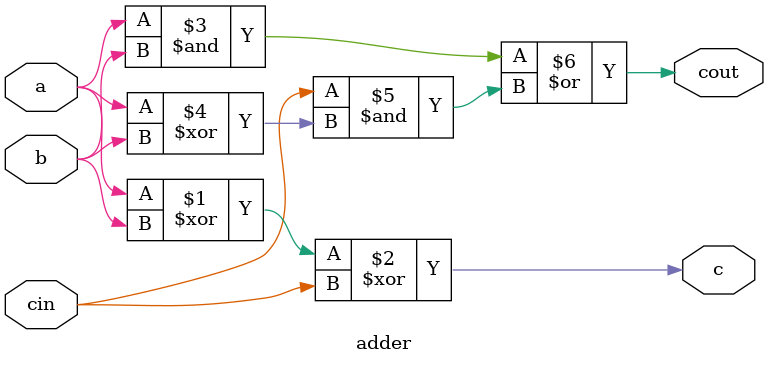
<source format=v>


module  adder (
    input   a,
            b,
            cin, 
    output  c, 
            cout
            );
    
assign c = ((a^b) ^ (cin));
assign cout = ((a & b) | (cin & (a^b)));

endmodule 
</source>
